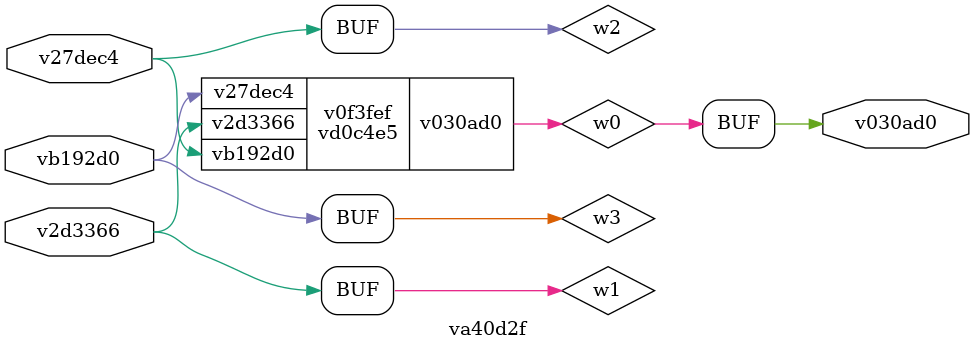
<source format=v>


`default_nettype none

//---- Top entity
module main #(
 parameter ve14d63 = 6000000,
 parameter v2af3e8 = 4'hA,
 parameter v98e11a = 4'h5
) (
 input vclk,
 output v7b511e,
 output [3:0] v1469d9,
 output va123ac,
 output v5fd4fa,
 output [0:0] vinit
);
 localparam p2 = v2af3e8;
 localparam p5 = v98e11a;
 localparam p6 = ve14d63;
 wire w0;
 wire [0:3] w1;
 wire [0:3] w3;
 wire [0:3] w4;
 wire w7;
 wire w8;
 wire w9;
 wire w10;
 wire w11;
 wire w12;
 assign v7b511e = w0;
 assign v1469d9 = w1;
 assign v5fd4fa = w9;
 assign va123ac = w10;
 assign w11 = vclk;
 assign w12 = vclk;
 assign w12 = w11;
 vfebcfe v14f857 (
  .v9fb85f(w0)
 );
 v9b9118 #(
  .vc5c8ea(p5)
 ) v7d370f (
  .v1ef182(w4)
 );
 v9b9118 #(
  .vc5c8ea(p2)
 ) v8f4039 (
  .v1ef182(w3)
 );
 v952eda v06ea2a (
  .v6833fd(w1),
  .ve2616d(w3),
  .v54ac99(w4),
  .v2d3366(w8)
 );
 vbce541 #(
  .va04f5d(p6)
 ) v69348d (
  .v4642b6(w7),
  .v6dda25(w11)
 );
 vbef3fc v778e1f (
  .v3dc29f(w7),
  .v4642b6(w8),
  .v6dda25(w12)
 );
 vfebcfe vc1077d (
  .v9fb85f(w9)
 );
 vd30ca9 v9efcb9 (
  .v9fb85f(w10)
 );
 assign vinit = 1'b0;
endmodule

//---- Top entity
module vfebcfe (
 output v9fb85f
);
 wire w0;
 assign v9fb85f = w0;
 vfebcfe_vb2eccd vb2eccd (
  .q(w0)
 );
endmodule

//---------------------------------------------------
//-- bit-1
//-- - - - - - - - - - - - - - - - - - - - - - - - --
//-- Constant bit 1
//---------------------------------------------------

module vfebcfe_vb2eccd (
 output q
);
 //-- Constant bit-1
 assign q = 1'b1;
 
 
endmodule
//---- Top entity
module v9b9118 #(
 parameter vc5c8ea = 0
) (
 output [3:0] v1ef182
);
 localparam p0 = vc5c8ea;
 wire [0:3] w1;
 assign v1ef182 = w1;
 v9b9118_v465065 #(
  .VALUE(p0)
 ) v465065 (
  .k(w1)
 );
endmodule

//---------------------------------------------------
//-- 4-bits-gen-constant
//-- - - - - - - - - - - - - - - - - - - - - - - - --
//-- Generic: 4-bits generic constant (0-15)
//---------------------------------------------------

module v9b9118_v465065 #(
 parameter VALUE = 0
) (
 output [3:0] k
);
 assign k = VALUE;
endmodule
//---- Top entity
module v952eda (
 input [3:0] v54ac99,
 input [3:0] ve2616d,
 input v2d3366,
 output [3:0] v6833fd
);
 wire w0;
 wire w1;
 wire w2;
 wire [0:3] w3;
 wire w4;
 wire [0:3] w5;
 wire [0:3] w6;
 wire w7;
 wire w8;
 wire w9;
 wire w10;
 wire w11;
 wire w12;
 wire w13;
 wire w14;
 wire w15;
 wire w16;
 wire w17;
 wire w18;
 assign v6833fd = w3;
 assign w5 = ve2616d;
 assign w6 = v54ac99;
 assign w9 = v2d3366;
 assign w10 = v2d3366;
 assign w11 = v2d3366;
 assign w12 = v2d3366;
 assign w10 = w9;
 assign w11 = w9;
 assign w11 = w10;
 assign w12 = w9;
 assign w12 = w10;
 assign w12 = w11;
 vd0c4e5 v6d94c9 (
  .v030ad0(w0),
  .v2d3366(w11),
  .v27dec4(w15),
  .vb192d0(w17)
 );
 vd0c4e5 vebe465 (
  .v030ad0(w1),
  .v2d3366(w12),
  .v27dec4(w16),
  .vb192d0(w18)
 );
 vd0c4e5 ve1c21f (
  .v030ad0(w2),
  .v2d3366(w10),
  .v27dec4(w13),
  .vb192d0(w14)
 );
 v84f0a1 va44bdf (
  .vee8a83(w0),
  .v03aaf0(w1),
  .vf8041d(w2),
  .v11bca5(w3),
  .vd84a57(w4)
 );
 vd0c4e5 v2ebff3 (
  .v030ad0(w4),
  .v27dec4(w7),
  .vb192d0(w8),
  .v2d3366(w9)
 );
 vc4f23a v3c3a57 (
  .v985fcb(w5),
  .v4f1fd3(w8),
  .vda577d(w14),
  .v3f8943(w17),
  .v64d863(w18)
 );
 vc4f23a vd6d480 (
  .v985fcb(w6),
  .v4f1fd3(w7),
  .vda577d(w13),
  .v3f8943(w15),
  .v64d863(w16)
 );
endmodule

//---------------------------------------------------
//-- 4-bits-Mux-2-1
//-- - - - - - - - - - - - - - - - - - - - - - - - --
//-- 2-to-1 Multplexer (4-bit channels)
//---------------------------------------------------
//---- Top entity
module vd0c4e5 (
 input v27dec4,
 input vb192d0,
 input v2d3366,
 output v030ad0
);
 wire w0;
 wire w1;
 wire w2;
 wire w3;
 wire w4;
 wire w5;
 wire w6;
 wire w7;
 assign v030ad0 = w0;
 assign w2 = v2d3366;
 assign w3 = v2d3366;
 assign w6 = v27dec4;
 assign w7 = vb192d0;
 assign w3 = w2;
 v873425 vaaee1f (
  .vcbab45(w0),
  .v0e28cb(w1),
  .v3ca442(w4)
 );
 vba518e v569873 (
  .vcbab45(w1),
  .v3ca442(w2),
  .v0e28cb(w6)
 );
 v3676a0 v1f00ae (
  .v0e28cb(w3),
  .vcbab45(w5)
 );
 vba518e vc8527f (
  .vcbab45(w4),
  .v3ca442(w5),
  .v0e28cb(w7)
 );
endmodule

//---------------------------------------------------
//-- Mux-2-1
//-- - - - - - - - - - - - - - - - - - - - - - - - --
//-- 2-to-1 Multplexer (1-bit channels)
//---------------------------------------------------
//---- Top entity
module v873425 (
 input v0e28cb,
 input v3ca442,
 output vcbab45
);
 wire w0;
 wire w1;
 wire w2;
 assign w0 = v0e28cb;
 assign w1 = v3ca442;
 assign vcbab45 = w2;
 v873425_vf4938a vf4938a (
  .a(w0),
  .b(w1),
  .c(w2)
 );
endmodule

//---------------------------------------------------
//-- OR2
//-- - - - - - - - - - - - - - - - - - - - - - - - --
//-- OR2: Two bits input OR gate
//---------------------------------------------------

module v873425_vf4938a (
 input a,
 input b,
 output c
);
 //-- OR Gate
 //-- Verilog implementation
 
 assign c = a | b;
 
 
endmodule
//---- Top entity
module vba518e (
 input v0e28cb,
 input v3ca442,
 output vcbab45
);
 wire w0;
 wire w1;
 wire w2;
 assign w0 = v0e28cb;
 assign w1 = v3ca442;
 assign vcbab45 = w2;
 vba518e_vf4938a vf4938a (
  .a(w0),
  .b(w1),
  .c(w2)
 );
endmodule

//---------------------------------------------------
//-- AND2
//-- - - - - - - - - - - - - - - - - - - - - - - - --
//-- Two bits input And gate
//---------------------------------------------------

module vba518e_vf4938a (
 input a,
 input b,
 output c
);
 //-- AND gate
 //-- Verilog implementation
 
 assign c = a & b;
 
endmodule
//---- Top entity
module v3676a0 (
 input v0e28cb,
 output vcbab45
);
 wire w0;
 wire w1;
 assign w0 = v0e28cb;
 assign vcbab45 = w1;
 v3676a0_vd54ca1 vd54ca1 (
  .a(w0),
  .q(w1)
 );
endmodule

//---------------------------------------------------
//-- NOT
//-- - - - - - - - - - - - - - - - - - - - - - - - --
//-- NOT gate (Verilog implementation)
//---------------------------------------------------

module v3676a0_vd54ca1 (
 input a,
 output q
);
 //-- NOT Gate
 assign q = ~a;
 
 
endmodule
//---- Top entity
module v84f0a1 (
 input vd84a57,
 input vf8041d,
 input vee8a83,
 input v03aaf0,
 output [3:0] v11bca5
);
 wire w0;
 wire w1;
 wire w2;
 wire w3;
 wire [0:3] w4;
 assign w0 = vee8a83;
 assign w1 = v03aaf0;
 assign w2 = vf8041d;
 assign w3 = vd84a57;
 assign v11bca5 = w4;
 v84f0a1_v9a2a06 v9a2a06 (
  .i1(w0),
  .i0(w1),
  .i2(w2),
  .i3(w3),
  .o(w4)
 );
endmodule

//---------------------------------------------------
//-- Bus4-Join-all
//-- - - - - - - - - - - - - - - - - - - - - - - - --
//-- Bus4-Join-all: Join all the wires into a 4-bits Bus
//---------------------------------------------------

module v84f0a1_v9a2a06 (
 input i3,
 input i2,
 input i1,
 input i0,
 output [3:0] o
);
 assign o = {i3, i2, i1, i0};
 
endmodule
//---- Top entity
module vc4f23a (
 input [3:0] v985fcb,
 output v4f1fd3,
 output vda577d,
 output v3f8943,
 output v64d863
);
 wire w0;
 wire w1;
 wire w2;
 wire w3;
 wire [0:3] w4;
 assign v3f8943 = w0;
 assign v64d863 = w1;
 assign vda577d = w2;
 assign v4f1fd3 = w3;
 assign w4 = v985fcb;
 vc4f23a_v9a2a06 v9a2a06 (
  .o1(w0),
  .o0(w1),
  .o2(w2),
  .o3(w3),
  .i(w4)
 );
endmodule

//---------------------------------------------------
//-- Bus4-Split-all
//-- - - - - - - - - - - - - - - - - - - - - - - - --
//-- Bus4-Split-all: Split the 4-bits bus into its wires
//---------------------------------------------------

module vc4f23a_v9a2a06 (
 input [3:0] i,
 output o3,
 output o2,
 output o1,
 output o0
);
 assign o3 = i[3];
 assign o2 = i[2];
 assign o1 = i[1];
 assign o0 = i[0];
endmodule
//---- Top entity
module vbce541 #(
 parameter va04f5d = 16777216
) (
 input v6dda25,
 output v4642b6
);
 localparam p1 = va04f5d;
 wire w0;
 wire [0:23] w2;
 wire [0:23] w3;
 wire w4;
 wire w5;
 assign v4642b6 = w0;
 assign w5 = v6dda25;
 assign w4 = w0;
 vef98b5 #(
  .vc5c8ea(p1)
 ) v4016e8 (
  .ve70c2d(w3)
 );
 vd84ae0 v45b714 (
  .v4642b6(w0),
  .va89056(w2),
  .v06bdfb(w3)
 );
 v97d607 v2299cf (
  .v9e1c43(w2),
  .ve556f1(w4),
  .v6dda25(w5)
 );
endmodule

//---------------------------------------------------
//-- sysclk_divN_24
//-- - - - - - - - - - - - - - - - - - - - - - - - --
//-- sysclk_divN_24bits: Generate a signal from the division of the system clock by N. (24-bits precision) (N = 2,3,4,..,0x1000000))
//---------------------------------------------------
//---- Top entity
module vef98b5 #(
 parameter vc5c8ea = 1
) (
 output [23:0] ve70c2d
);
 localparam p0 = vc5c8ea;
 wire [0:23] w1;
 assign ve70c2d = w1;
 vef98b5_v465065 #(
  .VALUE(p0)
 ) v465065 (
  .k(w1)
 );
endmodule

//---------------------------------------------------
//-- 24-bits-k-1
//-- - - - - - - - - - - - - - - - - - - - - - - - --
//-- Generic: 24-bits k-1 constant (Input values: 1,2,...,h1000000). It returns the value input by the user minus 1. Outputs: 0,1,2,...,FFFFFF
//---------------------------------------------------

module vef98b5_v465065 #(
 parameter VALUE = 0
) (
 output [23:0] k
);
 assign k = VALUE-1;
endmodule
//---- Top entity
module vd84ae0 (
 input [23:0] v06bdfb,
 input [23:0] va89056,
 output v4642b6
);
 wire w0;
 wire w1;
 wire w2;
 wire w3;
 wire [0:23] w4;
 wire [0:23] w5;
 wire [0:7] w6;
 wire [0:7] w7;
 wire [0:7] w8;
 wire [0:7] w9;
 wire [0:7] w10;
 wire [0:7] w11;
 assign v4642b6 = w0;
 assign w4 = v06bdfb;
 assign w5 = va89056;
 vb2762a vb6832a (
  .v4642b6(w1),
  .v715730(w8),
  .vf191e6(w11)
 );
 vb2762a v302658 (
  .v4642b6(w2),
  .v715730(w7),
  .vf191e6(w10)
 );
 vae245c v9196c7 (
  .vcbab45(w0),
  .v3ca442(w1),
  .v0e28cb(w2),
  .v033bf6(w3)
 );
 v6fef69 vb1e577 (
  .v9804b7(w5),
  .vd83cb2(w9),
  .v243fb2(w10),
  .va2a3a1(w11)
 );
 v6fef69 v62b64f (
  .v9804b7(w4),
  .vd83cb2(w6),
  .v243fb2(w7),
  .va2a3a1(w8)
 );
 vb2762a v9a65c6 (
  .v4642b6(w3),
  .v715730(w6),
  .vf191e6(w9)
 );
endmodule

//---------------------------------------------------
//-- comp2-24bits
//-- - - - - - - - - - - - - - - - - - - - - - - - --
//-- Comp2-24bit: Comparator of two 24-bit numbers
//---------------------------------------------------
//---- Top entity
module vb2762a (
 input [7:0] v715730,
 input [7:0] vf191e6,
 output v4642b6
);
 wire w0;
 wire w1;
 wire w2;
 wire [0:7] w3;
 wire [0:7] w4;
 wire [0:3] w5;
 wire [0:3] w6;
 wire [0:3] w7;
 wire [0:3] w8;
 assign v4642b6 = w0;
 assign w3 = v715730;
 assign w4 = vf191e6;
 v438230 v577a36 (
  .v4642b6(w2),
  .v693354(w6),
  .v5369cd(w8)
 );
 vba518e v707c6e (
  .vcbab45(w0),
  .v0e28cb(w1),
  .v3ca442(w2)
 );
 v6bdcd9 v921a9f (
  .vcc8c7c(w4),
  .v651522(w7),
  .v2cc41f(w8)
 );
 v6bdcd9 v8cfa4d (
  .vcc8c7c(w3),
  .v651522(w5),
  .v2cc41f(w6)
 );
 v438230 vfc1765 (
  .v4642b6(w1),
  .v693354(w5),
  .v5369cd(w7)
 );
endmodule

//---------------------------------------------------
//-- comp2-8bits
//-- - - - - - - - - - - - - - - - - - - - - - - - --
//-- Comp2-8bit: Comparator of two 8-bit numbers
//---------------------------------------------------
//---- Top entity
module v438230 (
 input [3:0] v693354,
 input [3:0] v5369cd,
 output v4642b6
);
 wire w0;
 wire [0:3] w1;
 wire [0:3] w2;
 wire w3;
 wire w4;
 wire w5;
 wire w6;
 wire w7;
 wire w8;
 wire w9;
 wire w10;
 wire w11;
 wire w12;
 wire w13;
 wire w14;
 assign v4642b6 = w0;
 assign w1 = v693354;
 assign w2 = v5369cd;
 v23b15b v09a5a5 (
  .v4642b6(w3),
  .v27dec4(w12),
  .v6848e9(w14)
 );
 v23b15b vc1b29d (
  .v4642b6(w4),
  .v27dec4(w11),
  .v6848e9(w13)
 );
 v23b15b vcd27ce (
  .v4642b6(w5),
  .v27dec4(w9),
  .v6848e9(w10)
 );
 vc4f23a vea9c80 (
  .v985fcb(w1),
  .v4f1fd3(w7),
  .vda577d(w9),
  .v3f8943(w11),
  .v64d863(w12)
 );
 vc4f23a va7dcdc (
  .v985fcb(w2),
  .v4f1fd3(w8),
  .vda577d(w10),
  .v3f8943(w13),
  .v64d863(w14)
 );
 v23b15b va0849c (
  .v4642b6(w6),
  .v27dec4(w7),
  .v6848e9(w8)
 );
 veffd42 v6e3e65 (
  .vcbab45(w0),
  .v3ca442(w3),
  .v0e28cb(w4),
  .v033bf6(w5),
  .v9eb652(w6)
 );
endmodule

//---------------------------------------------------
//-- comp2-4bits
//-- - - - - - - - - - - - - - - - - - - - - - - - --
//-- Comp2-4bit: Comparator of two 4-bit numbers
//---------------------------------------------------
//---- Top entity
module v23b15b (
 input v27dec4,
 input v6848e9,
 output v4642b6
);
 wire w0;
 wire w1;
 wire w2;
 wire w3;
 assign w1 = v27dec4;
 assign v4642b6 = w2;
 assign w3 = v6848e9;
 vd12401 v955b2b (
  .vcbab45(w0),
  .v0e28cb(w1),
  .v3ca442(w3)
 );
 v3676a0 vf92936 (
  .v0e28cb(w0),
  .vcbab45(w2)
 );
endmodule

//---------------------------------------------------
//-- comp2-1bit
//-- - - - - - - - - - - - - - - - - - - - - - - - --
//-- Comp2-1bit: Comparator of two 1-bit numbers
//---------------------------------------------------
//---- Top entity
module vd12401 (
 input v0e28cb,
 input v3ca442,
 output vcbab45
);
 wire w0;
 wire w1;
 wire w2;
 assign w0 = v0e28cb;
 assign w1 = v3ca442;
 assign vcbab45 = w2;
 vd12401_vf4938a vf4938a (
  .a(w0),
  .b(w1),
  .c(w2)
 );
endmodule

//---------------------------------------------------
//-- XOR2
//-- - - - - - - - - - - - - - - - - - - - - - - - --
//-- XOR gate: two bits input xor gate
//---------------------------------------------------

module vd12401_vf4938a (
 input a,
 input b,
 output c
);
 //-- XOR gate
 //-- Verilog implementation
 
 assign c = a ^ b;
 
endmodule
//---- Top entity
module veffd42 (
 input v9eb652,
 input v033bf6,
 input v0e28cb,
 input v3ca442,
 output vcbab45
);
 wire w0;
 wire w1;
 wire w2;
 wire w3;
 wire w4;
 wire w5;
 wire w6;
 assign w0 = v3ca442;
 assign w1 = v9eb652;
 assign w2 = v033bf6;
 assign w3 = v0e28cb;
 assign vcbab45 = w4;
 vba518e vf3ef0f (
  .v3ca442(w0),
  .v0e28cb(w3),
  .vcbab45(w6)
 );
 vba518e vdcc53d (
  .v0e28cb(w1),
  .v3ca442(w2),
  .vcbab45(w5)
 );
 vba518e v17ac22 (
  .vcbab45(w4),
  .v0e28cb(w5),
  .v3ca442(w6)
 );
endmodule

//---------------------------------------------------
//-- AND4
//-- - - - - - - - - - - - - - - - - - - - - - - - --
//-- Three bits input And gate
//---------------------------------------------------
//---- Top entity
module v6bdcd9 (
 input [7:0] vcc8c7c,
 output [3:0] v651522,
 output [3:0] v2cc41f
);
 wire [0:3] w0;
 wire [0:3] w1;
 wire [0:7] w2;
 assign v651522 = w0;
 assign v2cc41f = w1;
 assign w2 = vcc8c7c;
 v6bdcd9_v9a2a06 v9a2a06 (
  .o1(w0),
  .o0(w1),
  .i(w2)
 );
endmodule

//---------------------------------------------------
//-- Bus8-Split-half
//-- - - - - - - - - - - - - - - - - - - - - - - - --
//-- Bus8-Split-half: Split the 8-bits bus into two buses of the same size
//---------------------------------------------------

module v6bdcd9_v9a2a06 (
 input [7:0] i,
 output [3:0] o1,
 output [3:0] o0
);
 assign o1 = i[7:4];
 assign o0 = i[3:0];
endmodule
//---- Top entity
module vae245c (
 input v033bf6,
 input v0e28cb,
 input v3ca442,
 output vcbab45
);
 wire w0;
 wire w1;
 wire w2;
 wire w3;
 wire w4;
 assign w0 = v033bf6;
 assign w1 = v0e28cb;
 assign w2 = v3ca442;
 assign vcbab45 = w4;
 vba518e v19b5b0 (
  .v0e28cb(w0),
  .v3ca442(w1),
  .vcbab45(w3)
 );
 vba518e vf3ef0f (
  .v3ca442(w2),
  .v0e28cb(w3),
  .vcbab45(w4)
 );
endmodule

//---------------------------------------------------
//-- AND3
//-- - - - - - - - - - - - - - - - - - - - - - - - --
//-- Three bits input And gate
//---------------------------------------------------
//---- Top entity
module v6fef69 (
 input [23:0] v9804b7,
 output [7:0] vd83cb2,
 output [7:0] v243fb2,
 output [7:0] va2a3a1
);
 wire [0:7] w0;
 wire [0:7] w1;
 wire [0:7] w2;
 wire [0:23] w3;
 assign v243fb2 = w0;
 assign vd83cb2 = w1;
 assign va2a3a1 = w2;
 assign w3 = v9804b7;
 v6fef69_v9a2a06 v9a2a06 (
  .o1(w0),
  .o2(w1),
  .o0(w2),
  .i(w3)
 );
endmodule

//---------------------------------------------------
//-- Bus24-Split-one-third
//-- - - - - - - - - - - - - - - - - - - - - - - - --
//-- Bus24-Split-one-third: Split the 24-bits bus into three buses of  the same size
//---------------------------------------------------

module v6fef69_v9a2a06 (
 input [23:0] i,
 output [7:0] o2,
 output [7:0] o1,
 output [7:0] o0
);
 assign o2 = i[23:16];
 assign o1 = i[15:8];
 assign o0 = i[7:0];
endmodule
//---- Top entity
module v97d607 (
 input v6dda25,
 input ve556f1,
 output [23:0] v9e1c43,
 output ve37344
);
 wire w0;
 wire [0:23] w1;
 wire [0:23] w2;
 wire w3;
 wire [0:23] w4;
 wire w5;
 assign w0 = ve556f1;
 assign w3 = v6dda25;
 assign v9e1c43 = w4;
 assign ve37344 = w5;
 assign w4 = w1;
 v5495b5 v5e4c9c (
  .v782748(w0),
  .vb02eea(w1),
  .v15c6e6(w2),
  .v6dda25(w3)
 );
 v9c4559 v62e821 (
  .v005b83(w1),
  .v53d485(w2),
  .v4642b6(w5)
 );
endmodule

//---------------------------------------------------
//-- syscounter-rst-24bits
//-- - - - - - - - - - - - - - - - - - - - - - - - --
//-- 24-bits Syscounter with reset
//---------------------------------------------------
//---- Top entity
module v5495b5 (
 input v6dda25,
 input v782748,
 input [23:0] v15c6e6,
 output [23:0] vb02eea
);
 wire [0:23] w0;
 wire [0:23] w1;
 wire [0:7] w2;
 wire [0:7] w3;
 wire [0:7] w4;
 wire [0:7] w5;
 wire [0:7] w6;
 wire [0:7] w7;
 wire w8;
 wire w9;
 wire w10;
 wire w11;
 wire w12;
 wire w13;
 assign vb02eea = w0;
 assign w1 = v15c6e6;
 assign w8 = v6dda25;
 assign w9 = v6dda25;
 assign w10 = v6dda25;
 assign w11 = v782748;
 assign w12 = v782748;
 assign w13 = v782748;
 assign w9 = w8;
 assign w10 = w8;
 assign w10 = w9;
 assign w12 = w11;
 assign w13 = w11;
 assign w13 = w12;
 v6fef69 vad6f1d (
  .v9804b7(w1),
  .va2a3a1(w5),
  .v243fb2(w6),
  .vd83cb2(w7)
 );
 v33e50d vba7365 (
  .v6d326e(w0),
  .v77c6e9(w2),
  .vf7d213(w3),
  .vba04ee(w4)
 );
 vcf4344 v13ddeb (
  .vc1f0d2(w2),
  .vd85d4e(w5),
  .v6dda25(w10),
  .v782748(w13)
 );
 vcf4344 v08e1bd (
  .vc1f0d2(w3),
  .vd85d4e(w6),
  .v6dda25(w9),
  .v782748(w12)
 );
 vcf4344 v5c3b0f (
  .vc1f0d2(w4),
  .vd85d4e(w7),
  .v6dda25(w8),
  .v782748(w11)
 );
endmodule

//---------------------------------------------------
//-- DFF-rst-x24
//-- - - - - - - - - - - - - - - - - - - - - - - - --
//-- DFF-rst-x24: 24 D flip-flops in paralell with reset
//---------------------------------------------------
//---- Top entity
module v33e50d (
 input [7:0] vba04ee,
 input [7:0] vf7d213,
 input [7:0] v77c6e9,
 output [23:0] v6d326e
);
 wire [0:23] w0;
 wire [0:7] w1;
 wire [0:7] w2;
 wire [0:7] w3;
 assign v6d326e = w0;
 assign w1 = vf7d213;
 assign w2 = v77c6e9;
 assign w3 = vba04ee;
 v33e50d_v9a2a06 v9a2a06 (
  .o(w0),
  .i1(w1),
  .i0(w2),
  .i2(w3)
 );
endmodule

//---------------------------------------------------
//-- Bus24-Join-one-third
//-- - - - - - - - - - - - - - - - - - - - - - - - --
//-- Bus24-Join-one-third: Join the three buses into an 24-bits Bus
//---------------------------------------------------

module v33e50d_v9a2a06 (
 input [7:0] i2,
 input [7:0] i1,
 input [7:0] i0,
 output [23:0] o
);
 assign o = {i2, i1, i0};
 
endmodule
//---- Top entity
module vcf4344 (
 input v6dda25,
 input v782748,
 input [7:0] vd85d4e,
 output [7:0] vc1f0d2
);
 wire [0:3] w0;
 wire [0:3] w1;
 wire [0:7] w2;
 wire [0:7] w3;
 wire [0:3] w4;
 wire [0:3] w5;
 wire w6;
 wire w7;
 wire w8;
 wire w9;
 assign w2 = vd85d4e;
 assign vc1f0d2 = w3;
 assign w6 = v6dda25;
 assign w7 = v6dda25;
 assign w8 = v782748;
 assign w9 = v782748;
 assign w7 = w6;
 assign w9 = w8;
 v5c75f6 vbdef88 (
  .v50034e(w0),
  .v4de61b(w1),
  .v6dda25(w7),
  .v782748(w9)
 );
 v6bdcd9 vc95779 (
  .v2cc41f(w1),
  .vcc8c7c(w2),
  .v651522(w4)
 );
 vafb28f v618315 (
  .v3c88fc(w0),
  .va9ac17(w3),
  .v515fe7(w5)
 );
 v5c75f6 v6188f9 (
  .v4de61b(w4),
  .v50034e(w5),
  .v6dda25(w6),
  .v782748(w8)
 );
endmodule

//---------------------------------------------------
//-- DFF-rst-x08
//-- - - - - - - - - - - - - - - - - - - - - - - - --
//-- DFF-rst-x08: Eight D flip-flops in paralell with reset
//---------------------------------------------------
//---- Top entity
module v5c75f6 (
 input v6dda25,
 input v782748,
 input [3:0] v4de61b,
 output [3:0] v50034e
);
 wire w0;
 wire w1;
 wire w2;
 wire w3;
 wire w4;
 wire w5;
 wire [0:3] w6;
 wire [0:3] w7;
 wire w8;
 wire w9;
 wire w10;
 wire w11;
 wire w12;
 wire w13;
 wire w14;
 wire w15;
 wire w16;
 wire w17;
 assign w6 = v4de61b;
 assign v50034e = w7;
 assign w10 = v6dda25;
 assign w11 = v6dda25;
 assign w12 = v6dda25;
 assign w13 = v6dda25;
 assign w14 = v782748;
 assign w15 = v782748;
 assign w16 = v782748;
 assign w17 = v782748;
 assign w11 = w10;
 assign w12 = w10;
 assign w12 = w11;
 assign w13 = w10;
 assign w13 = w11;
 assign w13 = w12;
 assign w15 = w14;
 assign w16 = w14;
 assign w16 = w15;
 assign w17 = w14;
 assign w17 = w15;
 assign w17 = w16;
 vc4f23a v4b1225 (
  .v3f8943(w2),
  .v64d863(w3),
  .vda577d(w4),
  .v985fcb(w6),
  .v4f1fd3(w8)
 );
 v84f0a1 v6491fd (
  .v03aaf0(w0),
  .vee8a83(w1),
  .vf8041d(w5),
  .v11bca5(w7),
  .vd84a57(w9)
 );
 v2be0f8 v10a04f (
  .v4642b6(w0),
  .vf354ee(w3),
  .vd53b77(w13),
  .v27dec4(w17)
 );
 v2be0f8 v7d9648 (
  .v4642b6(w1),
  .vf354ee(w2),
  .vd53b77(w12),
  .v27dec4(w16)
 );
 v2be0f8 v004b14 (
  .vf354ee(w4),
  .v4642b6(w5),
  .vd53b77(w11),
  .v27dec4(w15)
 );
 v2be0f8 v8aa818 (
  .vf354ee(w8),
  .v4642b6(w9),
  .vd53b77(w10),
  .v27dec4(w14)
 );
endmodule

//---------------------------------------------------
//-- DFF-rst-x04
//-- - - - - - - - - - - - - - - - - - - - - - - - --
//-- DFF-rst-x04: Three D flip-flops in paralell with reset
//---------------------------------------------------
//---- Top entity
module v2be0f8 #(
 parameter vbd3217 = 0
) (
 input vd53b77,
 input v27dec4,
 input vf354ee,
 output v4642b6
);
 localparam p5 = vbd3217;
 wire w0;
 wire w1;
 wire w2;
 wire w3;
 wire w4;
 wire w6;
 assign w2 = v27dec4;
 assign w3 = vf354ee;
 assign v4642b6 = w4;
 assign w6 = vd53b77;
 v3676a0 v7539bf (
  .vcbab45(w1),
  .v0e28cb(w2)
 );
 vba518e vfe8158 (
  .vcbab45(w0),
  .v0e28cb(w1),
  .v3ca442(w3)
 );
 v053dc2 #(
  .v71e305(p5)
 ) vd104a4 (
  .vf54559(w0),
  .ve8318d(w4),
  .va4102a(w6)
 );
endmodule

//---------------------------------------------------
//-- DFF-rst-x01
//-- - - - - - - - - - - - - - - - - - - - - - - - --
//-- DFF-rst-x01: D Flip flop with reset input. When rst=1, the DFF is 0
//---------------------------------------------------
//---- Top entity
module v053dc2 #(
 parameter v71e305 = 0
) (
 input va4102a,
 input vf54559,
 output ve8318d
);
 localparam p2 = v71e305;
 wire w0;
 wire w1;
 wire w3;
 assign w0 = va4102a;
 assign ve8318d = w1;
 assign w3 = vf54559;
 v053dc2_vb8adf8 #(
  .INI(p2)
 ) vb8adf8 (
  .clk(w0),
  .q(w1),
  .d(w3)
 );
endmodule

//---------------------------------------------------
//-- DFF
//-- - - - - - - - - - - - - - - - - - - - - - - - --
//-- D Flip-flop (verilog implementation)
//---------------------------------------------------

module v053dc2_vb8adf8 #(
 parameter INI = 0
) (
 input clk,
 input d,
 output q
);
 //-- Initial value
 reg q = INI;
 
 //-- Capture the input data  
 //-- on the rising edge of  
 //-- the system clock
 always @(posedge clk)
   q <= d;
endmodule
//---- Top entity
module vafb28f (
 input [3:0] v515fe7,
 input [3:0] v3c88fc,
 output [7:0] va9ac17
);
 wire [0:7] w0;
 wire [0:3] w1;
 wire [0:3] w2;
 assign va9ac17 = w0;
 assign w1 = v515fe7;
 assign w2 = v3c88fc;
 vafb28f_v9a2a06 v9a2a06 (
  .o(w0),
  .i1(w1),
  .i0(w2)
 );
endmodule

//---------------------------------------------------
//-- Bus8-Join-half
//-- - - - - - - - - - - - - - - - - - - - - - - - --
//-- Bus8-Join-half: Join the two same halves into an 8-bits Bus
//---------------------------------------------------

module vafb28f_v9a2a06 (
 input [3:0] i1,
 input [3:0] i0,
 output [7:0] o
);
 assign o = {i1, i0};
 
endmodule
//---- Top entity
module v9c4559 #(
 parameter v6c5139 = 1
) (
 input [23:0] v005b83,
 output v4642b6,
 output [23:0] v53d485
);
 localparam p1 = v6c5139;
 wire w0;
 wire [0:23] w2;
 wire [0:23] w3;
 assign v4642b6 = w0;
 assign w2 = v005b83;
 assign v53d485 = w3;
 v44c099 #(
  .vd73390(p1)
 ) v8c0045 (
  .v4642b6(w0),
  .vd90f46(w2),
  .v8826c0(w3)
 );
endmodule

//---------------------------------------------------
//-- Inc1-24bits
//-- - - - - - - - - - - - - - - - - - - - - - - - --
//-- Inc1-24bit: Increment a 24-bits number by one
//---------------------------------------------------
//---- Top entity
module v44c099 #(
 parameter vd73390 = 0
) (
 input [23:0] vd90f46,
 output v4642b6,
 output [23:0] v8826c0
);
 localparam p1 = vd73390;
 wire w0;
 wire [0:23] w2;
 wire [0:23] w3;
 wire [0:23] w4;
 assign v4642b6 = w0;
 assign v8826c0 = w2;
 assign w3 = vd90f46;
 v4c802f #(
  .vc5c8ea(p1)
 ) ve78914 (
  .v8513f7(w4)
 );
 v91404d v19ed8b (
  .v4642b6(w0),
  .vb5c06c(w2),
  .v7959e8(w3),
  .vb5a2f2(w4)
 );
endmodule

//---------------------------------------------------
//-- AdderK-24bits
//-- - - - - - - - - - - - - - - - - - - - - - - - --
//-- AdderK-24bit: Adder of 24-bit operand and 24-bit constant
//---------------------------------------------------
//---- Top entity
module v4c802f #(
 parameter vc5c8ea = 0
) (
 output [23:0] v8513f7
);
 localparam p0 = vc5c8ea;
 wire [0:23] w1;
 assign v8513f7 = w1;
 v4c802f_v465065 #(
  .VALUE(p0)
 ) v465065 (
  .k(w1)
 );
endmodule

//---------------------------------------------------
//-- 24-bits-gen-constant
//-- - - - - - - - - - - - - - - - - - - - - - - - --
//-- Generic: 24-bits generic constant
//---------------------------------------------------

module v4c802f_v465065 #(
 parameter VALUE = 0
) (
 output [23:0] k
);
 assign k = VALUE;
endmodule
//---- Top entity
module v91404d (
 input [23:0] vb5a2f2,
 input [23:0] v7959e8,
 output v4642b6,
 output [23:0] vb5c06c
);
 wire w0;
 wire [0:7] w1;
 wire [0:7] w2;
 wire w3;
 wire w4;
 wire [0:15] w5;
 wire [0:23] w6;
 wire [0:15] w7;
 wire [0:23] w8;
 wire [0:15] w9;
 wire [0:7] w10;
 wire [0:23] w11;
 wire [0:7] w12;
 wire [0:7] w13;
 wire [0:7] w14;
 wire [0:7] w15;
 wire [0:7] w16;
 wire [0:7] w17;
 assign v4642b6 = w4;
 assign w6 = v7959e8;
 assign w8 = vb5a2f2;
 assign vb5c06c = w11;
 vcb23aa v8e0bba (
  .v4642b6(w0),
  .v62bf25(w2),
  .v39966a(w16),
  .veb2f59(w17)
 );
 vc3c498 v917bbf (
  .vb9cfc3(w0),
  .veeaa8e(w1),
  .v4642b6(w3),
  .v45c6ee(w14),
  .v20212e(w15)
 );
 v8cc49c v03c3e3 (
  .vb334ae(w1),
  .v2b8a97(w2),
  .v14a530(w5)
 );
 vab13f0 v43653c (
  .vb18564(w6),
  .vf0a06e(w7),
  .v5246f6(w17)
 );
 v306ca3 v177126 (
  .v91b9c1(w7),
  .vef5eee(w13),
  .vd3ef3b(w15)
 );
 vab13f0 vf15711 (
  .vb18564(w8),
  .vf0a06e(w9),
  .v5246f6(w16)
 );
 v306ca3 vf9ed57 (
  .v91b9c1(w9),
  .vef5eee(w12),
  .vd3ef3b(w14)
 );
 vc3c498 vf0db78 (
  .vb9cfc3(w3),
  .v4642b6(w4),
  .veeaa8e(w10),
  .v45c6ee(w12),
  .v20212e(w13)
 );
 va52e3b v67022b (
  .vbf8961(w5),
  .vf7d213(w10),
  .v6d326e(w11)
 );
endmodule

//---------------------------------------------------
//-- Adder-24bits
//-- - - - - - - - - - - - - - - - - - - - - - - - --
//-- Adder-24bits: Adder of two operands of 24 bits
//---------------------------------------------------
//---- Top entity
module vcb23aa (
 input [7:0] v39966a,
 input [7:0] veb2f59,
 output v4642b6,
 output [7:0] v62bf25
);
 wire [0:7] w0;
 wire [0:7] w1;
 wire [0:3] w2;
 wire [0:3] w3;
 wire [0:7] w4;
 wire w5;
 wire w6;
 wire [0:3] w7;
 wire [0:3] w8;
 wire [0:3] w9;
 wire [0:3] w10;
 assign w0 = veb2f59;
 assign w1 = v39966a;
 assign v62bf25 = w4;
 assign v4642b6 = w5;
 v6bdcd9 vd88c66 (
  .vcc8c7c(w0),
  .v651522(w9),
  .v2cc41f(w10)
 );
 v6bdcd9 v26a0bb (
  .vcc8c7c(w1),
  .v651522(w7),
  .v2cc41f(w8)
 );
 v25966b v9ea427 (
  .v817794(w3),
  .v4642b6(w6),
  .v0550b6(w8),
  .v24708e(w10)
 );
 vafb28f vc75346 (
  .v515fe7(w2),
  .v3c88fc(w3),
  .va9ac17(w4)
 );
 va1ce30 v40c17f (
  .v817794(w2),
  .v4642b6(w5),
  .vb9cfc3(w6),
  .v0550b6(w7),
  .v24708e(w9)
 );
endmodule

//---------------------------------------------------
//-- Adder-8bits
//-- - - - - - - - - - - - - - - - - - - - - - - - --
//-- Adder-8bits: Adder of two operands of 8 bits
//---------------------------------------------------
//---- Top entity
module v25966b (
 input [3:0] v0550b6,
 input [3:0] v24708e,
 output v4642b6,
 output [3:0] v817794
);
 wire w0;
 wire w1;
 wire w2;
 wire w3;
 wire w4;
 wire [0:3] w5;
 wire [0:3] w6;
 wire [0:3] w7;
 wire w8;
 wire w9;
 wire w10;
 wire w11;
 wire w12;
 wire w13;
 wire w14;
 wire w15;
 wire w16;
 wire w17;
 wire w18;
 assign w5 = v24708e;
 assign w6 = v0550b6;
 assign v817794 = w7;
 assign v4642b6 = w9;
 v1ea21d vdbe125 (
  .v4642b6(w0),
  .v8e8a67(w2),
  .v27dec4(w15),
  .v82de4f(w18)
 );
 vad119b vb8ad86 (
  .v0ef266(w0),
  .v8e8a67(w1),
  .v4642b6(w3),
  .v27dec4(w14),
  .v82de4f(w17)
 );
 vad119b v5d29b2 (
  .v0ef266(w3),
  .v8e8a67(w4),
  .v4642b6(w8),
  .v27dec4(w12),
  .v82de4f(w16)
 );
 vc4f23a vf4a6ff (
  .v985fcb(w5),
  .v4f1fd3(w13),
  .vda577d(w16),
  .v3f8943(w17),
  .v64d863(w18)
 );
 vc4f23a v9d4632 (
  .v985fcb(w6),
  .v4f1fd3(w11),
  .vda577d(w12),
  .v3f8943(w14),
  .v64d863(w15)
 );
 v84f0a1 v140dbf (
  .vee8a83(w1),
  .v03aaf0(w2),
  .vf8041d(w4),
  .v11bca5(w7),
  .vd84a57(w10)
 );
 vad119b v5c5937 (
  .v0ef266(w8),
  .v4642b6(w9),
  .v8e8a67(w10),
  .v27dec4(w11),
  .v82de4f(w13)
 );
endmodule

//---------------------------------------------------
//-- Adder-4bits
//-- - - - - - - - - - - - - - - - - - - - - - - - --
//-- Adder-4bits: Adder of two operands of 4 bits
//---------------------------------------------------
//---- Top entity
module v1ea21d (
 input v27dec4,
 input v82de4f,
 output v4642b6,
 output v8e8a67
);
 wire w0;
 wire w1;
 wire w2;
 wire w3;
 wire w4;
 assign w0 = v82de4f;
 assign w1 = v27dec4;
 assign v4642b6 = w3;
 assign v8e8a67 = w4;
 vad119b vb820a1 (
  .v82de4f(w0),
  .v27dec4(w1),
  .v0ef266(w2),
  .v4642b6(w3),
  .v8e8a67(w4)
 );
 vd30ca9 v23ebb6 (
  .v9fb85f(w2)
 );
endmodule

//---------------------------------------------------
//-- Adder-1bit
//-- - - - - - - - - - - - - - - - - - - - - - - - --
//-- Adder-1bit: Adder of two operands of 1 bit
//---------------------------------------------------
//---- Top entity
module vad119b (
 input v27dec4,
 input v82de4f,
 input v0ef266,
 output v4642b6,
 output v8e8a67
);
 wire w0;
 wire w1;
 wire w2;
 wire w3;
 wire w4;
 wire w5;
 wire w6;
 wire w7;
 wire w8;
 wire w9;
 wire w10;
 wire w11;
 assign v8e8a67 = w1;
 assign v4642b6 = w5;
 assign w6 = v27dec4;
 assign w7 = v27dec4;
 assign w8 = v82de4f;
 assign w9 = v82de4f;
 assign w10 = v0ef266;
 assign w11 = v0ef266;
 assign w2 = w0;
 assign w7 = w6;
 assign w9 = w8;
 assign w11 = w10;
 vd12401 v2e3d9f (
  .vcbab45(w0),
  .v0e28cb(w7),
  .v3ca442(w9)
 );
 vd12401 vb50462 (
  .v0e28cb(w0),
  .vcbab45(w1),
  .v3ca442(w11)
 );
 vba518e v4882f4 (
  .v3ca442(w2),
  .vcbab45(w3),
  .v0e28cb(w10)
 );
 vba518e v8fcf41 (
  .vcbab45(w4),
  .v0e28cb(w6),
  .v3ca442(w8)
 );
 v873425 vc5b8b9 (
  .v3ca442(w3),
  .v0e28cb(w4),
  .vcbab45(w5)
 );
endmodule

//---------------------------------------------------
//-- AdderC-1bit
//-- - - - - - - - - - - - - - - - - - - - - - - - --
//-- AdderC-1bit: Adder of two operands of 1 bit plus the carry in
//---------------------------------------------------
//---- Top entity
module vd30ca9 (
 output v9fb85f
);
 wire w0;
 assign v9fb85f = w0;
 vd30ca9_vb2eccd vb2eccd (
  .q(w0)
 );
endmodule

//---------------------------------------------------
//-- bit-0
//-- - - - - - - - - - - - - - - - - - - - - - - - --
//-- Constant bit 0
//---------------------------------------------------

module vd30ca9_vb2eccd (
 output q
);
 //-- Constant bit-0
 assign q = 1'b0;
 
 
endmodule
//---- Top entity
module va1ce30 (
 input [3:0] v0550b6,
 input [3:0] v24708e,
 input vb9cfc3,
 output v4642b6,
 output [3:0] v817794
);
 wire w0;
 wire w1;
 wire w2;
 wire w3;
 wire w4;
 wire [0:3] w5;
 wire [0:3] w6;
 wire [0:3] w7;
 wire w8;
 wire w9;
 wire w10;
 wire w11;
 wire w12;
 wire w13;
 wire w14;
 wire w15;
 wire w16;
 wire w17;
 wire w18;
 wire w19;
 assign w5 = v24708e;
 assign w6 = v0550b6;
 assign v817794 = w7;
 assign v4642b6 = w9;
 assign w11 = vb9cfc3;
 vad119b vb8ad86 (
  .v0ef266(w0),
  .v8e8a67(w1),
  .v4642b6(w3),
  .v27dec4(w15),
  .v82de4f(w18)
 );
 vad119b v5d29b2 (
  .v0ef266(w3),
  .v8e8a67(w4),
  .v4642b6(w8),
  .v27dec4(w13),
  .v82de4f(w17)
 );
 vc4f23a vf4a6ff (
  .v985fcb(w5),
  .v4f1fd3(w14),
  .vda577d(w17),
  .v3f8943(w18),
  .v64d863(w19)
 );
 vc4f23a v9d4632 (
  .v985fcb(w6),
  .v4f1fd3(w12),
  .vda577d(w13),
  .v3f8943(w15),
  .v64d863(w16)
 );
 v84f0a1 v140dbf (
  .vee8a83(w1),
  .v03aaf0(w2),
  .vf8041d(w4),
  .v11bca5(w7),
  .vd84a57(w10)
 );
 vad119b v5c5937 (
  .v0ef266(w8),
  .v4642b6(w9),
  .v8e8a67(w10),
  .v27dec4(w12),
  .v82de4f(w14)
 );
 vad119b v3599be (
  .v4642b6(w0),
  .v8e8a67(w2),
  .v0ef266(w11),
  .v27dec4(w16),
  .v82de4f(w19)
 );
endmodule

//---------------------------------------------------
//-- AdderC-4bits
//-- - - - - - - - - - - - - - - - - - - - - - - - --
//-- AdderC-4bits: Adder of two operands of 4 bits and Carry in
//---------------------------------------------------
//---- Top entity
module vc3c498 (
 input [7:0] v45c6ee,
 input [7:0] v20212e,
 input vb9cfc3,
 output v4642b6,
 output [7:0] veeaa8e
);
 wire w0;
 wire w1;
 wire [0:7] w2;
 wire [0:7] w3;
 wire [0:7] w4;
 wire [0:3] w5;
 wire [0:3] w6;
 wire w7;
 wire [0:3] w8;
 wire [0:3] w9;
 wire [0:3] w10;
 wire [0:3] w11;
 assign w1 = vb9cfc3;
 assign w2 = v45c6ee;
 assign w3 = v20212e;
 assign veeaa8e = w4;
 assign v4642b6 = w7;
 v6bdcd9 v8d795a (
  .vcc8c7c(w3),
  .v651522(w10),
  .v2cc41f(w11)
 );
 v6bdcd9 v23dbc5 (
  .vcc8c7c(w2),
  .v651522(w8),
  .v2cc41f(w9)
 );
 vafb28f vef3a58 (
  .va9ac17(w4),
  .v3c88fc(w5),
  .v515fe7(w6)
 );
 va1ce30 v0ff71a (
  .v4642b6(w0),
  .vb9cfc3(w1),
  .v817794(w5),
  .v0550b6(w9),
  .v24708e(w11)
 );
 va1ce30 v12f94f (
  .vb9cfc3(w0),
  .v817794(w6),
  .v4642b6(w7),
  .v0550b6(w8),
  .v24708e(w10)
 );
endmodule

//---------------------------------------------------
//-- AdderC-8bits
//-- - - - - - - - - - - - - - - - - - - - - - - - --
//-- AdderC-8bits: Adder of two operands of 8 bits and Carry in
//---------------------------------------------------
//---- Top entity
module v8cc49c (
 input [7:0] vb334ae,
 input [7:0] v2b8a97,
 output [15:0] v14a530
);
 wire [0:15] w0;
 wire [0:7] w1;
 wire [0:7] w2;
 assign v14a530 = w0;
 assign w1 = v2b8a97;
 assign w2 = vb334ae;
 v8cc49c_v9a2a06 v9a2a06 (
  .o(w0),
  .i0(w1),
  .i1(w2)
 );
endmodule

//---------------------------------------------------
//-- Bus16-Join-half
//-- - - - - - - - - - - - - - - - - - - - - - - - --
//-- Bus16-Join-half: Join the two same halves into an 16-bits Bus
//---------------------------------------------------

module v8cc49c_v9a2a06 (
 input [7:0] i1,
 input [7:0] i0,
 output [15:0] o
);
 assign o = {i1, i0};
 
endmodule
//---- Top entity
module vab13f0 (
 input [23:0] vb18564,
 output [15:0] vf0a06e,
 output [7:0] v5246f6
);
 wire [0:23] w0;
 wire [0:15] w1;
 wire [0:7] w2;
 assign w0 = vb18564;
 assign vf0a06e = w1;
 assign v5246f6 = w2;
 vab13f0_v9a2a06 v9a2a06 (
  .i(w0),
  .o1(w1),
  .o0(w2)
 );
endmodule

//---------------------------------------------------
//-- Bus24-Split-16-8
//-- - - - - - - - - - - - - - - - - - - - - - - - --
//-- Bus24-Split-16-8: Split the 24-bits bus into two buses of 16 and 8 wires
//---------------------------------------------------

module vab13f0_v9a2a06 (
 input [23:0] i,
 output [15:0] o1,
 output [7:0] o0
);
 assign o1 = i[23:8];
 assign o0 = i[7:0];
endmodule
//---- Top entity
module v306ca3 (
 input [15:0] v91b9c1,
 output [7:0] vef5eee,
 output [7:0] vd3ef3b
);
 wire [0:15] w0;
 wire [0:7] w1;
 wire [0:7] w2;
 assign w0 = v91b9c1;
 assign vef5eee = w1;
 assign vd3ef3b = w2;
 v306ca3_v9a2a06 v9a2a06 (
  .i(w0),
  .o1(w1),
  .o0(w2)
 );
endmodule

//---------------------------------------------------
//-- Bus16-Split-half
//-- - - - - - - - - - - - - - - - - - - - - - - - --
//-- Bus16-Split-half: Split the 16-bits bus into two buses of the same size
//---------------------------------------------------

module v306ca3_v9a2a06 (
 input [15:0] i,
 output [7:0] o1,
 output [7:0] o0
);
 assign o1 = i[15:8];
 assign o0 = i[7:0];
endmodule
//---- Top entity
module va52e3b (
 input [7:0] vf7d213,
 input [15:0] vbf8961,
 output [23:0] v6d326e
);
 wire [0:15] w0;
 wire [0:23] w1;
 wire [0:7] w2;
 assign w0 = vbf8961;
 assign v6d326e = w1;
 assign w2 = vf7d213;
 va52e3b_v9a2a06 v9a2a06 (
  .i0(w0),
  .o(w1),
  .i1(w2)
 );
endmodule

//---------------------------------------------------
//-- Bus24-Join-8-16 CLONE
//-- - - - - - - - - - - - - - - - - - - - - - - - --
//-- Bus24-Join-8-16: Join the two buses into an 24-bits Bus
//---------------------------------------------------

module va52e3b_v9a2a06 (
 input [7:0] i1,
 input [15:0] i0,
 output [23:0] o
);
 assign o = {i1, i0};
 
endmodule
//---- Top entity
module vbef3fc #(
 parameter v8bcde4 = 0
) (
 input v6dda25,
 input v3dc29f,
 output v4642b6
);
 localparam p1 = v8bcde4;
 wire w0;
 wire w2;
 wire w3;
 wire w4;
 wire w5;
 assign w2 = v3dc29f;
 assign w3 = v6dda25;
 assign v4642b6 = w4;
 assign w5 = w4;
 v3676a0 vdebd76 (
  .vcbab45(w0),
  .v0e28cb(w5)
 );
 v22cb98 #(
  .v5462c0(p1)
 ) v51de32 (
  .v27dec4(w0),
  .vd793aa(w2),
  .ve4a668(w3),
  .v4642b6(w4)
 );
endmodule

//---------------------------------------------------
//-- Counter-x01
//-- - - - - - - - - - - - - - - - - - - - - - - - --
//-- Counter-x01: 1-bit counter
//---------------------------------------------------
//---- Top entity
module v22cb98 #(
 parameter v5462c0 = 0
) (
 input ve4a668,
 input v27dec4,
 input vd793aa,
 output v4642b6
);
 localparam p1 = v5462c0;
 wire w0;
 wire w2;
 wire w3;
 wire w4;
 wire w5;
 wire w6;
 assign w2 = ve4a668;
 assign w3 = v27dec4;
 assign v4642b6 = w5;
 assign w6 = vd793aa;
 assign w5 = w4;
 va40d2f v9ff767 (
  .v030ad0(w0),
  .vb192d0(w3),
  .v27dec4(w4),
  .v2d3366(w6)
 );
 v053dc2 #(
  .v71e305(p1)
 ) v89c757 (
  .vf54559(w0),
  .va4102a(w2),
  .ve8318d(w4)
 );
endmodule

//---------------------------------------------------
//-- 1-bit-reg
//-- - - - - - - - - - - - - - - - - - - - - - - - --
//-- Reg: 1-Bit register
//---------------------------------------------------
//---- Top entity
module va40d2f (
 input v27dec4,
 input vb192d0,
 input v2d3366,
 output v030ad0
);
 wire w0;
 wire w1;
 wire w2;
 wire w3;
 assign v030ad0 = w0;
 assign w1 = v2d3366;
 assign w2 = v27dec4;
 assign w3 = vb192d0;
 vd0c4e5 v0f3fef (
  .v030ad0(w0),
  .v2d3366(w1),
  .vb192d0(w2),
  .v27dec4(w3)
 );
endmodule

//---------------------------------------------------
//-- MuxF-2-1
//-- - - - - - - - - - - - - - - - - - - - - - - - --
//-- 2-to-1 Multplexer (1-bit channels). Fippled version
//---------------------------------------------------

</source>
